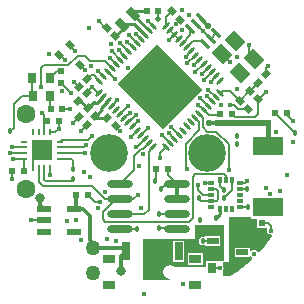
<source format=gtl>
%FSLAX24Y24*%
%MOIN*%
G70*
G01*
G75*
G04 Layer_Physical_Order=1*
G04 Layer_Color=255*
G04:AMPARAMS|DCode=10|XSize=23.6mil|YSize=43.3mil|CornerRadius=0mil|HoleSize=0mil|Usage=FLASHONLY|Rotation=225.000|XOffset=0mil|YOffset=0mil|HoleType=Round|Shape=Rectangle|*
%AMROTATEDRECTD10*
4,1,4,-0.0070,0.0237,0.0237,-0.0070,0.0070,-0.0237,-0.0237,0.0070,-0.0070,0.0237,0.0*
%
%ADD10ROTATEDRECTD10*%

G04:AMPARAMS|DCode=11|XSize=55.1mil|YSize=45.3mil|CornerRadius=0mil|HoleSize=0mil|Usage=FLASHONLY|Rotation=135.000|XOffset=0mil|YOffset=0mil|HoleType=Round|Shape=Rectangle|*
%AMROTATEDRECTD11*
4,1,4,0.0355,-0.0035,0.0035,-0.0355,-0.0355,0.0035,-0.0035,0.0355,0.0355,-0.0035,0.0*
%
%ADD11ROTATEDRECTD11*%

%ADD12R,0.0236X0.0197*%
%ADD13R,0.0197X0.0236*%
%ADD14R,0.0276X0.0354*%
G04:AMPARAMS|DCode=15|XSize=19.7mil|YSize=23.6mil|CornerRadius=0mil|HoleSize=0mil|Usage=FLASHONLY|Rotation=315.000|XOffset=0mil|YOffset=0mil|HoleType=Round|Shape=Rectangle|*
%AMROTATEDRECTD15*
4,1,4,-0.0153,-0.0014,0.0014,0.0153,0.0153,0.0014,-0.0014,-0.0153,-0.0153,-0.0014,0.0*
%
%ADD15ROTATEDRECTD15*%

G04:AMPARAMS|DCode=16|XSize=22mil|YSize=25.5mil|CornerRadius=0mil|HoleSize=0mil|Usage=FLASHONLY|Rotation=225.000|XOffset=0mil|YOffset=0mil|HoleType=Round|Shape=Rectangle|*
%AMROTATEDRECTD16*
4,1,4,-0.0012,0.0168,0.0168,-0.0012,0.0012,-0.0168,-0.0168,0.0012,-0.0012,0.0168,0.0*
%
%ADD16ROTATEDRECTD16*%

G04:AMPARAMS|DCode=17|XSize=19.7mil|YSize=23.6mil|CornerRadius=0mil|HoleSize=0mil|Usage=FLASHONLY|Rotation=45.000|XOffset=0mil|YOffset=0mil|HoleType=Round|Shape=Rectangle|*
%AMROTATEDRECTD17*
4,1,4,0.0014,-0.0153,-0.0153,0.0014,-0.0014,0.0153,0.0153,-0.0014,0.0014,-0.0153,0.0*
%
%ADD17ROTATEDRECTD17*%

G04:AMPARAMS|DCode=18|XSize=9.8mil|YSize=31.5mil|CornerRadius=0mil|HoleSize=0mil|Usage=FLASHONLY|Rotation=135.000|XOffset=0mil|YOffset=0mil|HoleType=Round|Shape=Round|*
%AMOVALD18*
21,1,0.0217,0.0098,0.0000,0.0000,225.0*
1,1,0.0098,0.0077,0.0077*
1,1,0.0098,-0.0077,-0.0077*
%
%ADD18OVALD18*%

G04:AMPARAMS|DCode=19|XSize=9.8mil|YSize=31.5mil|CornerRadius=0mil|HoleSize=0mil|Usage=FLASHONLY|Rotation=45.000|XOffset=0mil|YOffset=0mil|HoleType=Round|Shape=Round|*
%AMOVALD19*
21,1,0.0217,0.0098,0.0000,0.0000,135.0*
1,1,0.0098,0.0077,-0.0077*
1,1,0.0098,-0.0077,0.0077*
%
%ADD19OVALD19*%

G04:AMPARAMS|DCode=20|XSize=185mil|YSize=212.6mil|CornerRadius=0mil|HoleSize=0mil|Usage=FLASHONLY|Rotation=45.000|XOffset=0mil|YOffset=0mil|HoleType=Round|Shape=Rectangle|*
%AMROTATEDRECTD20*
4,1,4,0.0097,-0.1406,-0.1406,0.0097,-0.0097,0.1406,0.1406,-0.0097,0.0097,-0.1406,0.0*
%
%ADD20ROTATEDRECTD20*%

%ADD21R,0.0394X0.0217*%
%ADD22R,0.0315X0.0354*%
%ADD23R,0.0512X0.0217*%
%ADD24R,0.0276X0.0591*%
%ADD25R,0.0394X0.0315*%
%ADD26R,0.0136X0.0201*%
%ADD27R,0.0201X0.0136*%
G04:AMPARAMS|DCode=28|XSize=13.8mil|YSize=39.4mil|CornerRadius=0mil|HoleSize=0mil|Usage=FLASHONLY|Rotation=45.000|XOffset=0mil|YOffset=0mil|HoleType=Round|Shape=Rectangle|*
%AMROTATEDRECTD28*
4,1,4,0.0090,-0.0188,-0.0188,0.0090,-0.0090,0.0188,0.0188,-0.0090,0.0090,-0.0188,0.0*
%
%ADD28ROTATEDRECTD28*%

%ADD29O,0.0256X0.0098*%
%ADD30O,0.0098X0.0256*%
%ADD31R,0.0709X0.0709*%
%ADD32O,0.0866X0.0236*%
%ADD33R,0.1024X0.0591*%
%ADD34R,0.0157X0.0157*%
%ADD35C,0.0120*%
%ADD36C,0.0080*%
%ADD37C,0.0060*%
%ADD38C,0.0100*%
%ADD39C,0.1260*%
%ADD40C,0.0630*%
%ADD41C,0.0160*%
%ADD42C,0.0500*%
%ADD43C,0.0180*%
%ADD44C,0.0320*%
%ADD45C,0.0200*%
%ADD46C,0.0260*%
%ADD47C,0.0220*%
G36*
X8280Y2760D02*
X8500D01*
Y2440D01*
X8502D01*
Y2439D01*
X8798D01*
Y2440D01*
X8810D01*
X8823Y2389D01*
X8817Y2360D01*
X8828Y2309D01*
X8855Y2268D01*
X8860Y2250D01*
X8881D01*
X8899Y2238D01*
X8950Y2227D01*
X8963Y2230D01*
X9002Y2199D01*
X9003Y2176D01*
X8753Y1851D01*
X8560Y1640D01*
X8510Y1644D01*
X8484Y1684D01*
X8441Y1712D01*
X8390Y1723D01*
X8339Y1712D01*
X8308Y1691D01*
X8262Y1712D01*
X8249Y1794D01*
Y1794D01*
X7755D01*
Y1478D01*
X8249D01*
Y1536D01*
X8296Y1496D01*
Y1496D01*
D01*
X8296D01*
D01*
Y1496D01*
X8335Y1470D01*
X8339Y1420D01*
X8149Y1247D01*
X7810Y986D01*
X7596Y850D01*
X7350D01*
Y1026D01*
X7372Y1059D01*
X7383Y1110D01*
X7372Y1161D01*
X7350Y1194D01*
Y1296D01*
X7380D01*
X7418Y1312D01*
X7422Y1320D01*
X7560D01*
Y2810D01*
X8280D01*
Y2760D01*
D02*
G37*
G36*
X7380Y1350D02*
X6780D01*
Y1150D01*
X5745D01*
X5679Y1194D01*
X5591Y1212D01*
X5502Y1194D01*
X5427Y1144D01*
X5377Y1069D01*
X5359Y980D01*
X5377Y891D01*
X5427Y816D01*
X5502Y766D01*
X5584Y750D01*
X5579Y700D01*
X4700D01*
Y2080D01*
X6440D01*
Y2560D01*
X7380D01*
Y1350D01*
D02*
G37*
G36*
X8950Y5430D02*
X8793D01*
Y5853D01*
X7100D01*
Y6050D01*
X8950D01*
Y5430D01*
D02*
G37*
%LPC*%
G36*
X6684Y1621D02*
X6190D01*
Y1206D01*
X6684D01*
Y1621D01*
D02*
G37*
G36*
X6771Y2168D02*
X6745Y2142D01*
X6690Y2153D01*
X6635Y2142D01*
X6589Y2111D01*
X6558Y2065D01*
X6547Y2010D01*
X6558Y1955D01*
X6589Y1909D01*
X6635Y1878D01*
X6690Y1867D01*
X6745Y1878D01*
D01*
Y1878D01*
X6771Y1852D01*
Y1852D01*
X7265D01*
Y2168D01*
X6771D01*
Y2168D01*
D02*
G37*
G36*
X6074Y2014D02*
X5698D01*
Y1324D01*
X6074D01*
Y2014D01*
D02*
G37*
%LPD*%
D10*
X3985Y9195D02*
D03*
X4375Y9585D02*
D03*
D11*
X8379Y8066D02*
D03*
X7766Y8679D02*
D03*
X7321Y8234D02*
D03*
X7934Y7621D02*
D03*
D12*
X1613Y6420D02*
D03*
X2007D02*
D03*
X9083Y6280D02*
D03*
X9477D02*
D03*
X4813Y9680D02*
D03*
X5207D02*
D03*
X1493Y6010D02*
D03*
X1887D02*
D03*
X333Y4350D02*
D03*
X727D02*
D03*
X2453Y3550D02*
D03*
X2847D02*
D03*
X5133Y4420D02*
D03*
X5527Y4420D02*
D03*
X7273Y6230D02*
D03*
X7667D02*
D03*
D13*
X1960Y7667D02*
D03*
Y7273D02*
D03*
X8650Y2213D02*
D03*
Y2607D02*
D03*
D14*
X1005Y7440D02*
D03*
X1595D02*
D03*
X1015Y6830D02*
D03*
X1605D02*
D03*
D15*
X2551Y7131D02*
D03*
X2829Y7409D02*
D03*
X3501Y6109D02*
D03*
X3099Y6169D02*
D03*
X2821Y5891D02*
D03*
X2819Y6959D02*
D03*
X2541Y6681D02*
D03*
X2849Y6429D02*
D03*
X2571Y6151D02*
D03*
X8531Y7291D02*
D03*
X8809Y7569D02*
D03*
D16*
X2254Y8553D02*
D03*
X1907Y8206D02*
D03*
X2579Y7881D02*
D03*
D17*
X3769Y8831D02*
D03*
X3491Y9109D02*
D03*
X3779Y5831D02*
D03*
X7911Y6689D02*
D03*
X8189Y6411D02*
D03*
X8251Y7019D02*
D03*
X8529Y6741D02*
D03*
X5939Y9391D02*
D03*
X5661Y9669D02*
D03*
D18*
X3232Y6941D02*
D03*
X3371Y6802D02*
D03*
X3510Y6663D02*
D03*
X3649Y6524D02*
D03*
X3788Y6384D02*
D03*
X3928Y6245D02*
D03*
X4067Y6106D02*
D03*
X4206Y5967D02*
D03*
X4345Y5828D02*
D03*
X4484Y5688D02*
D03*
X4624Y5549D02*
D03*
X4763Y5410D02*
D03*
X4902Y5271D02*
D03*
X5041Y5132D02*
D03*
X7268Y7359D02*
D03*
X7129Y7498D02*
D03*
X6990Y7637D02*
D03*
X6851Y7776D02*
D03*
X6712Y7916D02*
D03*
X6572Y8055D02*
D03*
X6433Y8194D02*
D03*
X6294Y8333D02*
D03*
X6155Y8472D02*
D03*
X6016Y8612D02*
D03*
X5876Y8751D02*
D03*
X5737Y8890D02*
D03*
X5598Y9029D02*
D03*
X5459Y9168D02*
D03*
D19*
Y5132D02*
D03*
X5598Y5271D02*
D03*
X5737Y5410D02*
D03*
X5876Y5549D02*
D03*
X6016Y5688D02*
D03*
X6155Y5828D02*
D03*
X6294Y5967D02*
D03*
X6433Y6106D02*
D03*
X6572Y6245D02*
D03*
X6712Y6384D02*
D03*
X6851Y6524D02*
D03*
X6990Y6663D02*
D03*
X7129Y6802D02*
D03*
X7268Y6941D02*
D03*
X5041Y9168D02*
D03*
X4902Y9029D02*
D03*
X4763Y8890D02*
D03*
X4624Y8751D02*
D03*
X4484Y8612D02*
D03*
X4345Y8472D02*
D03*
X4206Y8333D02*
D03*
X4067Y8194D02*
D03*
X3928Y8055D02*
D03*
X3788Y7916D02*
D03*
X3649Y7776D02*
D03*
X3510Y7637D02*
D03*
X3371Y7498D02*
D03*
X3232Y7359D02*
D03*
D20*
X5250Y7150D02*
D03*
D21*
X8002Y2384D02*
D03*
Y1636D02*
D03*
X7018D02*
D03*
Y2010D02*
D03*
Y2384D02*
D03*
D22*
X7004Y1110D02*
D03*
X7556D02*
D03*
D23*
X2392Y3074D02*
D03*
Y2326D02*
D03*
X1408D02*
D03*
Y2700D02*
D03*
Y3074D02*
D03*
D24*
X5886Y1669D02*
D03*
X5295Y1669D02*
D03*
X4114Y1669D02*
D03*
D25*
X3563Y1413D02*
D03*
X6437D02*
D03*
Y547D02*
D03*
X3563D02*
D03*
D26*
X7647Y3068D02*
D03*
X7450D02*
D03*
X7253D02*
D03*
Y4032D02*
D03*
X7450D02*
D03*
X7647D02*
D03*
D27*
X6968Y3156D02*
D03*
Y3353D02*
D03*
Y3550D02*
D03*
Y3747D02*
D03*
Y3944D02*
D03*
X7932D02*
D03*
Y3747D02*
D03*
Y3550D02*
D03*
Y3353D02*
D03*
Y3156D02*
D03*
D28*
X6630Y9431D02*
D03*
X6449Y9251D02*
D03*
X6269Y9070D02*
D03*
X6770Y8569D02*
D03*
X6951Y8749D02*
D03*
X7132Y8930D02*
D03*
D29*
X710Y5325D02*
D03*
Y5128D02*
D03*
Y4932D02*
D03*
Y4735D02*
D03*
X1910D02*
D03*
Y4932D02*
D03*
Y5128D02*
D03*
Y5325D02*
D03*
D30*
X1015Y4430D02*
D03*
X1212D02*
D03*
X1408D02*
D03*
X1605D02*
D03*
Y5630D02*
D03*
X1408D02*
D03*
X1212D02*
D03*
X1015D02*
D03*
D31*
X1310Y5030D02*
D03*
D32*
X3935Y3910D02*
D03*
Y3410D02*
D03*
Y2910D02*
D03*
Y2410D02*
D03*
X5825Y3910D02*
D03*
Y3410D02*
D03*
Y2910D02*
D03*
Y2410D02*
D03*
D33*
X8872Y5164D02*
D03*
Y3137D02*
D03*
D34*
X7198Y5952D02*
D03*
D35*
X7178Y5942D02*
X7188Y5952D01*
X6902Y5942D02*
X7178D01*
X2910Y2030D02*
X3140Y1800D01*
X3040Y1770D02*
X3050Y1780D01*
X4003D01*
X4114Y1669D01*
X2910Y2030D02*
Y2860D01*
X2696Y3074D02*
X2910Y2860D01*
X2392Y3074D02*
X2696D01*
X3970Y1000D02*
Y1525D01*
X4114Y1669D01*
X5825Y3410D02*
Y3910D01*
X2392Y3074D02*
X2453Y3135D01*
Y3550D01*
X1270Y3212D02*
Y3430D01*
Y3212D02*
X1408Y3074D01*
X6630Y9420D02*
X6870Y9180D01*
D36*
X6658Y8680D02*
X6770Y8569D01*
X6362Y8680D02*
X6658D01*
X6155Y8472D02*
X6362Y8680D01*
X6269Y8864D02*
Y9070D01*
X6016Y8612D02*
X6269Y8864D01*
X9083Y6267D02*
X9750Y5600D01*
X9083Y6267D02*
Y6280D01*
X7932Y3156D02*
X8206D01*
X8950Y2360D02*
Y2520D01*
X8863Y2607D02*
X8950Y2520D01*
X8650Y2607D02*
X8863D01*
X7004Y1110D02*
X7250D01*
X5821Y3910D02*
X5825D01*
X5460D02*
X5821D01*
X5300Y3750D02*
X5460Y3910D01*
X5527Y4204D02*
X5821Y3910D01*
X5527Y4204D02*
Y4420D01*
X960Y2700D02*
X1408D01*
X5207Y9427D02*
Y9680D01*
X5909Y9361D02*
Y9389D01*
X6690Y9010D02*
X6951Y8749D01*
X6449Y9251D02*
X6690Y9010D01*
X6951Y8749D02*
X7132Y8930D01*
X8529Y6741D02*
X8571D01*
X8793Y6963D01*
X9477Y6203D02*
Y6280D01*
Y6203D02*
X9680Y6000D01*
X6111Y8150D02*
X6294Y8333D01*
X5550Y8703D02*
X5737Y8890D01*
X5876Y8751D01*
X5598Y9029D02*
X5737Y8890D01*
X5876Y8751D02*
Y8751D01*
X5459Y9168D02*
Y9467D01*
X5631Y9639D01*
X4850Y9360D02*
X5041Y9168D01*
X2370Y5950D02*
X2571Y6151D01*
X2620Y5690D02*
X2821Y5891D01*
X6440Y7644D02*
X6712Y7916D01*
D37*
X3652Y8330D02*
X3928Y8055D01*
X3650Y8328D02*
X3652Y8330D01*
X3604Y8100D02*
X3788Y7916D01*
X6950Y7319D02*
X7129Y7498D01*
X6733Y7380D02*
X6990Y7637D01*
X270Y5670D02*
X390Y5790D01*
Y6570D01*
X660Y6840D01*
X1005D01*
Y7440D01*
X1605Y6428D02*
X1613Y6420D01*
X1605Y6428D02*
Y6830D01*
X1832Y7667D02*
X1960D01*
X1605Y7440D02*
X1832Y7667D01*
X1960Y7273D02*
X2293Y6940D01*
X2382Y7300D02*
X2551Y7131D01*
X2960Y7540D02*
X3050D01*
X2829Y7409D02*
X2960Y7540D01*
X2007Y6420D02*
X2260D01*
X2200Y7870D02*
X2510Y8180D01*
X1390Y7870D02*
X2200D01*
X1300Y7780D02*
X1390Y7870D01*
X1300Y7150D02*
Y7780D01*
X7550Y4390D02*
Y5238D01*
X7128Y5660D02*
X7550Y5238D01*
X6820Y5660D02*
X7128D01*
X6680Y5800D02*
X6820Y5660D01*
X6680Y5800D02*
Y6138D01*
X6572Y6245D02*
X6680Y6138D01*
X6124Y5254D02*
X6570Y5700D01*
Y5969D01*
X6433Y6106D02*
X6570Y5969D01*
X6813Y6840D02*
X6990Y6663D01*
X4503Y5150D02*
X4763Y5410D01*
X6124Y4456D02*
Y5254D01*
Y4456D02*
X6160Y4420D01*
X4624Y5549D02*
X4844Y5770D01*
X5616Y5810D02*
X5876Y5549D01*
X5320Y5549D02*
X5598Y5271D01*
X5550Y5597D02*
X5737Y5410D01*
X3430Y3410D02*
X3780D01*
X3360Y2990D02*
X3780Y3410D01*
X3360Y2730D02*
Y2990D01*
Y2730D02*
X3430Y2660D01*
X6240D01*
X6350Y2770D01*
Y4150D01*
X6430Y4230D01*
X7390D01*
X7450Y4170D01*
Y4032D02*
Y4170D01*
X6510Y3720D02*
X6680Y3550D01*
X6968D01*
X6510Y3720D02*
Y3870D01*
X8104Y3944D02*
X8170Y4010D01*
X7932Y3944D02*
X8104D01*
X7932Y3747D02*
X8163D01*
X7400Y3460D02*
X7647Y3707D01*
Y4032D01*
X7253Y3837D02*
X7390Y3700D01*
X7253Y3837D02*
Y4032D01*
X1910Y4735D02*
X2315D01*
X2360Y4690D01*
Y4400D02*
Y4690D01*
X2300Y4010D02*
X2370Y4080D01*
X1450Y4010D02*
X2300D01*
X1408Y4052D02*
X1450Y4010D01*
X1408Y4052D02*
Y4430D01*
X1212Y3988D02*
Y4430D01*
Y3988D02*
X1350Y3850D01*
X2990D01*
X3430Y3410D01*
X6754Y3944D02*
X6968D01*
X6750Y3940D02*
X6754Y3944D01*
X6968Y3353D02*
X7153D01*
X7200Y3400D01*
Y3680D01*
X7133Y3747D02*
X7200Y3680D01*
X6968Y3747D02*
X7133D01*
X6560Y3430D02*
X6637Y3353D01*
X6968D01*
X6690Y2010D02*
X7018D01*
X3935Y2410D02*
X4500D01*
X4360Y3410D02*
X4510Y3560D01*
X5230Y2430D02*
X5805D01*
X5230Y2910D02*
X5825D01*
X5080Y4010D02*
X5133Y4063D01*
Y4420D01*
X4880Y3060D02*
Y4970D01*
X3935Y2910D02*
X4730D01*
X4880Y3060D01*
Y4970D02*
X5041Y5132D01*
X3935Y3910D02*
X4390Y4365D01*
Y4840D02*
X4620Y5070D01*
X4390Y4365D02*
Y4840D01*
X3077Y3320D02*
X3250D01*
X1015Y4430D02*
Y4735D01*
X2847Y3550D02*
X3077Y3320D01*
X1408Y5630D02*
Y6202D01*
X3779Y5831D02*
X3940Y5670D01*
X1340Y6270D02*
X1408Y6202D01*
X2819Y6959D02*
X3000Y7140D01*
X3199Y6941D01*
X3232D01*
X3441Y9109D02*
X3491D01*
X3220Y9330D02*
X3441Y9109D01*
X5800Y9252D02*
X5909Y9361D01*
X5939Y9391D01*
X7667Y6230D02*
X7757Y6140D01*
X8410D01*
X8529Y6259D02*
Y6741D01*
X8410Y6140D02*
X8529Y6259D01*
X2510Y8180D02*
X2750D01*
X6871Y7060D02*
X7129Y6802D01*
X6594Y6780D02*
X6851Y6524D01*
X6536Y6560D02*
X6712Y6384D01*
X7590Y6560D02*
X7710D01*
X7859Y6411D01*
X8189D01*
X8251Y7019D02*
X8259D01*
X8241D02*
X8251D01*
X8259D02*
X8531Y7291D01*
X8809Y7809D02*
X8850Y7850D01*
X8809Y7569D02*
Y7809D01*
X7253Y6210D02*
X7273Y6230D01*
X6886Y6210D02*
X7253D01*
X6712Y6384D02*
X6886Y6210D01*
X7268Y6941D02*
X7347Y7020D01*
X7580D01*
X7911Y6689D01*
X8241Y7019D01*
X4620Y5070D02*
X4701D01*
X4902Y5271D01*
X5260Y4933D02*
X5459Y5132D01*
X5260Y4780D02*
Y4933D01*
X4286Y5490D02*
X4484Y5688D01*
X3928Y6245D02*
X4190Y6508D01*
X4178D02*
X4190D01*
X4067Y6106D02*
X4250Y6289D01*
X1605Y4215D02*
Y4430D01*
X4217Y5967D02*
X4470Y6220D01*
X4345Y5828D02*
X4520Y6002D01*
X355Y4735D02*
X710D01*
X2860Y5370D02*
X3000Y5510D01*
X1955Y5370D02*
X2860D01*
X1910Y5325D02*
X1955Y5370D01*
X2718Y5128D02*
X2800Y5210D01*
X1910Y5128D02*
X2718D01*
X2748Y4932D02*
X2750Y4930D01*
X1910Y4932D02*
X2748D01*
X3880Y8380D02*
X4066Y8194D01*
X4067D01*
X3179Y7690D02*
X3371Y7498D01*
X3513Y7637D02*
X3750Y7400D01*
X3426Y8000D02*
X3649Y7776D01*
X2930Y8000D02*
X3426D01*
X2750Y8180D02*
X2930Y8000D01*
X248Y4932D02*
X710D01*
X332Y5128D02*
X710D01*
X333Y4093D02*
Y4350D01*
X710Y4367D02*
Y4735D01*
X3050Y7540D02*
X3232Y7359D01*
X1907Y8206D02*
X2080Y8033D01*
X2254Y8506D02*
X2410Y8350D01*
X2579Y7881D02*
X2750Y7710D01*
X1880Y5740D02*
Y6003D01*
X1770Y5630D02*
X1880Y5740D01*
X1605Y5630D02*
X1770D01*
X7321Y8234D02*
X7590Y7965D01*
X6654Y7580D02*
X6851Y7776D01*
X6170Y7930D02*
X6433Y8193D01*
Y8194D01*
X6380Y7862D02*
X6572Y8055D01*
X3649Y6524D02*
X3836Y6710D01*
X4454Y8920D02*
X4624Y8751D01*
X4170Y8648D02*
X4345Y8472D01*
X4230Y8866D02*
X4484Y8612D01*
X3929Y8610D02*
X4206Y8333D01*
X8230Y8215D02*
Y8560D01*
Y8215D02*
X8379Y8066D01*
D38*
X7110Y2770D02*
X7253Y2913D01*
Y3068D01*
X4375Y9585D02*
X4470Y9680D01*
X4813D01*
X3985Y9047D02*
Y9195D01*
X3769Y8831D02*
X3985Y9047D01*
X4375Y9556D02*
X4902Y9029D01*
X4375Y9556D02*
Y9585D01*
X3099Y6169D02*
X3310Y6380D01*
X3307Y6383D02*
X3310Y6380D01*
X3307Y6383D02*
Y6460D01*
X3510Y6663D01*
X2849Y6429D02*
X3060Y6640D01*
X3100Y6600D01*
X3164D01*
X3369Y6804D01*
X3159Y6109D02*
X3501D01*
X3099Y6169D02*
X3159Y6109D01*
X2541Y6681D02*
X2598D01*
X2849Y6429D01*
X4040Y9250D02*
X4403D01*
X4563Y9090D01*
X4763Y8890D01*
X3985Y9195D02*
X4090Y9090D01*
D39*
X3566Y4950D02*
D03*
X6834D02*
D03*
D40*
X800Y3750D02*
D03*
Y6250D02*
D03*
D41*
X3640Y8590D02*
D03*
X3650Y8328D02*
D03*
X3604Y8100D02*
D03*
X6950Y7319D02*
D03*
X6733Y7380D02*
D03*
X2293Y6940D02*
D03*
X2382Y7300D02*
D03*
X2260Y6420D02*
D03*
X1300Y7150D02*
D03*
X1550Y8250D02*
D03*
X7550Y4390D02*
D03*
X4723Y233D02*
D03*
X6020Y580D02*
D03*
X8930Y3580D02*
D03*
X6813Y6840D02*
D03*
X3780Y2010D02*
D03*
X2620Y2050D02*
D03*
X8390Y1590D02*
D03*
X3486Y2094D02*
D03*
X4450Y5150D02*
D03*
X4640Y3120D02*
D03*
X6160Y4420D02*
D03*
X4860Y5770D02*
D03*
X5616Y5810D02*
D03*
X5320Y5549D02*
D03*
X5550Y5597D02*
D03*
X3200Y3100D02*
D03*
X6510Y3870D02*
D03*
X8170Y4010D02*
D03*
X8360Y1980D02*
D03*
X8040Y1990D02*
D03*
X7250Y1110D02*
D03*
X6750Y3940D02*
D03*
X4510Y3560D02*
D03*
X960Y2700D02*
D03*
X3250Y3320D02*
D03*
X4695Y4905D02*
D03*
X3940Y5670D02*
D03*
X1340Y6270D02*
D03*
X3000Y7140D02*
D03*
X3220Y9330D02*
D03*
X4180Y7780D02*
D03*
X5800Y9252D02*
D03*
X8950Y2360D02*
D03*
X6690Y9010D02*
D03*
X7810Y8150D02*
D03*
X8780Y3770D02*
D03*
X9490Y4210D02*
D03*
X9110Y5650D02*
D03*
X9680Y6000D02*
D03*
X8793Y6963D02*
D03*
X8850Y7850D02*
D03*
X8360Y2670D02*
D03*
X6220Y9560D02*
D03*
X5990Y9050D02*
D03*
X6000Y9710D02*
D03*
X6871Y7060D02*
D03*
X6594Y6780D02*
D03*
X6536Y6560D02*
D03*
X2890Y9120D02*
D03*
X7308Y6538D02*
D03*
X6111Y8150D02*
D03*
X5550Y8703D02*
D03*
X8230Y8560D02*
D03*
X7590Y6560D02*
D03*
X1977Y7017D02*
D03*
X7830Y7090D02*
D03*
X5260Y4780D02*
D03*
X4550Y4520D02*
D03*
X2170Y2690D02*
D03*
X2470Y2710D02*
D03*
X2740Y4320D02*
D03*
X3440Y3650D02*
D03*
X4286Y5490D02*
D03*
X4178Y6508D02*
D03*
X4250Y6289D02*
D03*
X2970Y7830D02*
D03*
X1605Y4215D02*
D03*
X4470Y6220D02*
D03*
X4520Y6002D02*
D03*
X355Y4735D02*
D03*
X3000Y5510D02*
D03*
X2800Y5210D02*
D03*
X2750Y4930D02*
D03*
X3880Y8380D02*
D03*
X3179Y7690D02*
D03*
X3750Y7400D02*
D03*
X248Y4932D02*
D03*
X332Y5128D02*
D03*
X333Y4093D02*
D03*
X2080Y8033D02*
D03*
X2410Y8350D02*
D03*
X2750Y7710D02*
D03*
X1880Y5740D02*
D03*
X7590Y7965D02*
D03*
X6654Y7580D02*
D03*
X6170Y7930D02*
D03*
X6380Y7862D02*
D03*
X4850Y9360D02*
D03*
X3836Y6710D02*
D03*
X2940Y4140D02*
D03*
X2370Y5950D02*
D03*
X2620Y5690D02*
D03*
X6440Y7644D02*
D03*
X9264Y3676D02*
D03*
X9696Y5304D02*
D03*
X4454Y8920D02*
D03*
X4170Y8648D02*
D03*
X4230Y8866D02*
D03*
X3929Y8610D02*
D03*
D42*
X3040Y1770D02*
D03*
Y950D02*
D03*
D43*
X270Y5670D02*
D03*
X7820Y5250D02*
D03*
X9750Y5600D02*
D03*
X7110Y2770D02*
D03*
X8206Y3156D02*
D03*
X8163Y3747D02*
D03*
X7400Y3460D02*
D03*
X7390Y3700D02*
D03*
X2360Y4400D02*
D03*
X2370Y4080D02*
D03*
X6607Y2703D02*
D03*
X6560Y3430D02*
D03*
X6690Y2010D02*
D03*
X4500Y2410D02*
D03*
X7817Y5503D02*
D03*
X5230Y2430D02*
D03*
Y2910D02*
D03*
X5300Y3750D02*
D03*
X5080Y4010D02*
D03*
D44*
X4970Y1000D02*
D03*
X3970D02*
D03*
X1270Y3430D02*
D03*
D45*
X5207Y9427D02*
D03*
D46*
X4248Y7150D02*
D03*
X4582Y7484D02*
D03*
X4916Y7818D02*
D03*
X5250Y8152D02*
D03*
X4582Y6816D02*
D03*
X4916Y7150D02*
D03*
X5250Y7484D02*
D03*
X5584Y7818D02*
D03*
X4916Y6482D02*
D03*
X5250Y6816D02*
D03*
X5918Y7484D02*
D03*
X5250Y6148D02*
D03*
X5584Y6482D02*
D03*
X5918Y6816D02*
D03*
X6252Y7150D02*
D03*
X1310Y5030D02*
D03*
X5584Y7150D02*
D03*
D47*
X6902Y5942D02*
D03*
X6870Y9180D02*
D03*
M02*

</source>
